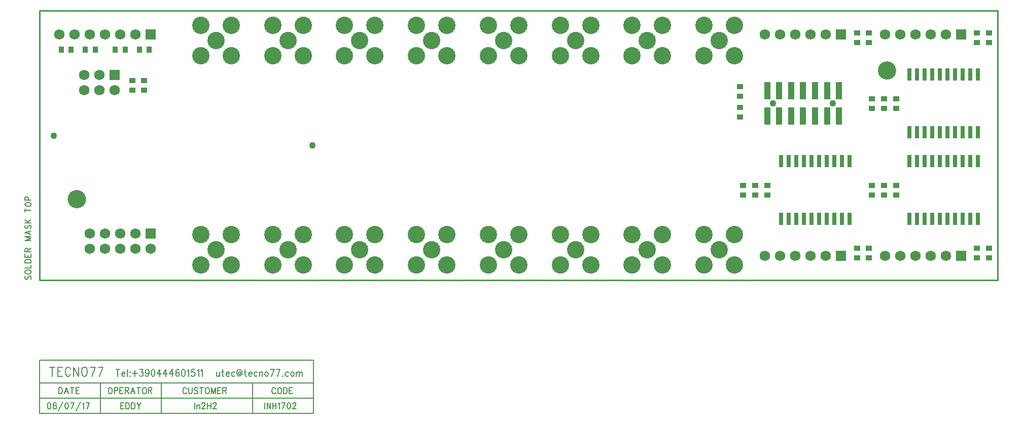
<source format=gbr>
%FSLAX35Y35*%
%MOIN*%
%SFA1.000B1.000*%

G04 Copyright (c) 2015-2018 in2H2 inc.
G04 System developed for in2H2 inc. by Intermotion Technology, Inc.
G04 
G04 Full system RTL, C sources and board design files available at https://github.com/nearist
G04 
G04 in2H2 inc. Team Members:
G04 - Chris McCormick - Algorithm Research and Design
G04 - Matt McCormick - Board Production, System Q/A
G04 
G04 Intermotion Technology Inc. Team Members:
G04 - Mick Fandrich - Project Lead
G04 - Dr. Ludovico Minati - Board Architecture and Design, FPGA Technology Advisor
G04 - Vardan Movsisyan - RTL Team Lead
G04 - Khachatur Gyozalyan - RTL Design
G04 - Tigran Papazyan - RTL Design
G04 - Taron Harutyunyan - RTL Design
G04 - Hayk Ghaltaghchyan - System Software
G04 
G04 Tecno77 S.r.l. Team Members:
G04 - Stefano Aldrigo, Board Layout Design
G04 
G04 We dedicate this project to the memory of Bruce McCormick, an AI pioneer
G04 and advocate, a good friend and father.
G04 
G04 These materials are provided free of charge: you can redistribute them and/or modify  
G04 them under the terms of the GNU General Public License as published by  
G04 the Free Software Foundation, version 3.
G04 
G04 These materials are distributed in the hope that they will be useful, but 
G04 WITHOUT ANY WARRANTY; without even the implied warranty of 
G04 MERCHANTABILITY or FITNESS FOR A PARTICULAR PURPOSE. See the GNU 
G04 General Public License for more details.
G04 In particular, this design should be treated as UNVERIFIED and UNCERTIFIED
G04 
G04 You should have received a copy of the GNU General Public License 
G04 along with this design. If not, see <http://www.gnu.org/licenses/>.

%FSLAX35Y35*%
%MOIN*%
%SFA1.000B1.000*%

%MIA0B0*%
%IPPOS*%
%ADD11C,0.00800*%
%ADD21C,0.00984*%
%ADD25C,0.00700*%
%ADD26C,0.01000*%
%ADD45R,0.04400X0.03400*%
%ADD46R,0.03400X0.04400*%
%ADD47R,0.06900X0.06900*%
%ADD48C,0.06900*%
%ADD49R,0.04337X0.11227*%
%ADD50C,0.04300*%
%ADD51R,0.02900X0.07900*%
%ADD52C,0.11400*%
%ADD53C,0.04400*%
%LNsoldermasktop.g*%
%LPD*%
G54D45*X637402Y262649D03*Y256249D03*X168898Y224753D03*Y231153D03*X662992Y162255D03*Y155855D03*X716142Y262649D03*Y256249D03*X637402Y114517D03*Y120917D03*X716142Y114517D03*Y120917D03*X662992Y219342D03*Y212942D03*X578346Y162255D03*Y155855D03*X560630Y213436D03*Y207036D03*X645276Y256249D03*Y262649D03*X562598Y155855D03*Y162255D03*X570472D03*Y155855D03*X161024Y231153D03*Y224753D03*X647244Y155855D03*Y162255D03*X655118D03*Y155855D03*X724016Y256249D03*Y262649D03*X645276Y120917D03*Y114517D03*X724016Y120917D03*Y114517D03*X647244Y212942D03*Y219342D03*X655118D03*Y212942D03*X560630Y227216D03*Y220816D03*G54D46*X120917Y251575D03*X114517D03*X156350D03*X149950D03*X136665D03*X130265D03*X172098D03*X165698D03*G54D47*X173307Y261417D03*X173150Y130591D03*X149370Y234921D03*X626969Y261417D03*X705709D03*X626969Y115748D03*X705709D03*G54D48*X163307Y261417D03*X153307D03*X143307D03*X133307D03*X123307D03*X113307D03*X173150Y120591D03*X163150Y130591D03*Y120591D03*X153150Y130591D03*Y120591D03*X143150Y130591D03*Y120591D03*X133150Y130591D03*Y120591D03*X149370Y224921D03*X139370Y234921D03*Y224921D03*X129370Y234921D03*Y224921D03*X616969Y261417D03*X606969D03*X596969D03*X586969D03*X576969D03*X695709D03*X685709D03*X675709D03*X665709D03*X655709D03*X616969Y115748D03*X606969D03*X596969D03*X586969D03*X576969D03*X695709D03*X685709D03*X675709D03*X665709D03*X655709D03*G54D49*X578347Y207776D03*Y224508D03*X586221Y207776D03*Y224508D03*X594095Y207776D03*Y224508D03*X601969Y207776D03*Y224508D03*X609843Y207776D03*Y224508D03*X617717Y207776D03*Y224508D03*X625591Y207776D03*Y224508D03*G54D50*X582284Y216142D03*X621654D03*X279616Y188583D03*X109360Y194835D03*G54D51*X671988Y197142D03*X676988D03*X681988D03*X686988D03*X691988D03*X696988D03*X701988D03*X706988D03*X711988D03*X716988D03*Y235142D03*X711988D03*X706988D03*X701988D03*X696988D03*X691988D03*X686988D03*X681988D03*X676988D03*X671988D03*X587343Y140055D03*X592343D03*X597343D03*X602343D03*X607343D03*X612343D03*X617343D03*X622343D03*X627343D03*X632343D03*Y178055D03*X627343D03*X622343D03*X617343D03*X612343D03*X607343D03*X602343D03*X597343D03*X592343D03*X587343D03*X671988Y140055D03*X676988D03*X681988D03*X686988D03*X691988D03*X696988D03*X701988D03*X706988D03*X711988D03*X716988D03*Y178055D03*X711988D03*X706988D03*X701988D03*X696988D03*X691988D03*X686988D03*X681988D03*X676988D03*X671988D03*G54D52*X357874Y257480D03*X367874Y267480D03*Y247480D03*X347874Y267480D03*Y247480D03*X310630Y257480D03*X320630Y267480D03*Y247480D03*X300630Y267480D03*Y247480D03*X263386Y257480D03*X273386Y267480D03*Y247480D03*X253386Y267480D03*Y247480D03*X216142Y257480D03*X226142Y267480D03*Y247480D03*X206142Y267480D03*Y247480D03*X546850Y257480D03*X556850Y267480D03*Y247480D03*X536850Y267480D03*Y247480D03*X499606Y257480D03*X509606Y267480D03*Y247480D03*X489606Y267480D03*Y247480D03*X452362Y257480D03*X462362Y267480D03*Y247480D03*X442362Y267480D03*Y247480D03*X405118Y257480D03*X415118Y267480D03*Y247480D03*X395118Y267480D03*Y247480D03*X546850Y119685D03*X536850Y109685D03*Y129685D03*X556850Y109685D03*Y129685D03*X499606Y119685D03*X489606Y109685D03*Y129685D03*X509606Y109685D03*Y129685D03*X452362Y119685D03*X442362Y109685D03*Y129685D03*X462362Y109685D03*Y129685D03*X405118Y119685D03*X395118Y109685D03*Y129685D03*X415118Y109685D03*Y129685D03*X357874Y119685D03*X347874Y109685D03*Y129685D03*X367874Y109685D03*Y129685D03*X310630Y119685D03*X300630Y109685D03*Y129685D03*X320630Y109685D03*Y129685D03*X263386Y119685D03*X253386Y109685D03*Y129685D03*X273386Y109685D03*Y129685D03*X216142Y119685D03*X206142Y109685D03*Y129685D03*X226142Y109685D03*Y129685D03*G54D53*X124606Y153150D03*X657087Y237795D03*G54D11*X140000Y32224D02*G01Y12224D01*X180000Y32224D02*G01Y12224D01*X240000Y32224D02*G01Y12224D01*X100000Y47224D02*G01X280000D01*Y12224*X100000*Y47224*Y32224D02*G01X280000D01*X100000Y22224D02*G01X280000D01*X108491Y42662D02*G01Y36624D01*X106900Y42662D02*G01X110082D01*X112127D02*G01Y36624D01*Y42662D02*G01X115082D01*X112127Y39787D02*G01X113945D01*X112127Y36624D02*G01X115082D01*X120536Y41224D02*G01X120309Y41799D01*X119855Y42374*X119400Y42662*X118491*X118036Y42374*X117582Y41799*X117355Y41224*X117127Y40362*Y38924*X117355Y38062*X117582Y37487*X118036Y36912*X118491Y36624*X119400*X119855Y36912*X120309Y37487*X120536Y38062*X122582Y42662D02*G01Y36624D01*Y42662D02*G01X125764Y36624D01*Y42662D02*G01Y36624D01*X129173Y42662D02*G01X128718Y42374D01*X128264Y41799*X128036Y41224*X127809Y40362*Y38924*X128036Y38062*X128264Y37487*X128718Y36912*X129173Y36624*X130082*X130536Y36912*X130991Y37487*X131218Y38062*X131445Y38924*Y40362*X131218Y41224*X130991Y41799*X130536Y42374*X130082Y42662*X129173*X136673D02*G01X134400Y36624D01*X133491Y42662D02*G01X136673D01*X141900D02*G01X139627Y36624D01*X138718Y42662D02*G01X141900D01*G54D21*X100003Y277165D02*G01X729924D01*Y100000*X100003*Y277165*G54D25*X151543Y41037D02*G01Y36574D01*X150350Y41037D02*G01X152736D01*X154270Y38274D02*G01X156316D01*Y38699*X156145Y39124*X155975Y39337*X155634Y39549*X155123*X154782Y39337*X154441Y38912*X154270Y38274*Y37849*X154441Y37212*X154782Y36787*X155123Y36574*X155634*X155975Y36787*X156316Y37212*X157850Y41037D02*G01Y36574D01*X159555Y39549D02*G01X159384Y39337D01*X159555Y39124*X159725Y39337*X159555Y39549*Y36999D02*G01X159384Y36787D01*X159555Y36574*X159725Y36787*X159555Y36999*X162793Y40399D02*G01Y36574D01*X161259Y38487D02*G01X164327D01*X166202Y41037D02*G01X168077D01*X167055Y39337*X167566*X167907Y39124*X168077Y38912*X168248Y38274*Y37849*X168077Y37212*X167736Y36787*X167225Y36574*X166714*X166202Y36787*X166032Y36999*X165861Y37424*X171998Y39549D02*G01X171827Y38912D01*X171486Y38487*X170975Y38274*X170805*X170293Y38487*X169952Y38912*X169782Y39549*Y39762*X169952Y40399*X170293Y40824*X170805Y41037*X170975*X171486Y40824*X171827Y40399*X171998Y39549*Y38487*X171827Y37424*X171486Y36787*X170975Y36574*X170634*X170123Y36787*X169952Y37212*X174555Y41037D02*G01X174043Y40824D01*X173702Y40187*X173532Y39124*Y38487*X173702Y37424*X174043Y36787*X174555Y36574*X174895*X175407Y36787*X175748Y37424*X175918Y38487*Y39124*X175748Y40187*X175407Y40824*X174895Y41037*X174555*X179157D02*G01X177452Y38062D01*X180009*X179157Y41037D02*G01Y36574D01*X183248Y41037D02*G01X181543Y38062D01*X184100*X183248Y41037D02*G01Y36574D01*X187339Y41037D02*G01X185634Y38062D01*X188191*X187339Y41037D02*G01Y36574D01*X191770Y40399D02*G01X191600Y40824D01*X191089Y41037*X190748*X190236Y40824*X189895Y40187*X189725Y39124*Y38062*X189895Y37212*X190236Y36787*X190748Y36574*X190918*X191430Y36787*X191770Y37212*X191941Y37849*Y38062*X191770Y38699*X191430Y39124*X190918Y39337*X190748*X190236Y39124*X189895Y38699*X189725Y38062*X194498Y41037D02*G01X193986Y40824D01*X193645Y40187*X193475Y39124*Y38487*X193645Y37424*X193986Y36787*X194498Y36574*X194839*X195350Y36787*X195691Y37424*X195861Y38487*Y39124*X195691Y40187*X195350Y40824*X194839Y41037*X194498*X197395Y40187D02*G01X197736Y40399D01*X198248Y41037*Y36574*X201998Y41037D02*G01X200293D01*X200123Y39124*X200293Y39337*X200805Y39549*X201316*X201827Y39337*X202168Y38912*X202339Y38274*X202168Y37849*X201998Y37212*X201657Y36787*X201145Y36574*X200634*X200123Y36787*X199952Y36999*X199782Y37424*X203873Y40187D02*G01X204214Y40399D01*X204725Y41037*Y36574*X206259Y40187D02*G01X206600Y40399D01*X207111Y41037*Y36574*X216486Y39549D02*G01Y37424D01*X216657Y36787*X216998Y36574*X217509*X217850Y36787*X218361Y37424*Y39549D02*G01Y36574D01*X220407Y41037D02*G01Y37424D01*X220577Y36787*X220918Y36574*X221259*X219895Y39549D02*G01X221089D01*X222793Y38274D02*G01X224839D01*Y38699*X224668Y39124*X224498Y39337*X224157Y39549*X223645*X223305Y39337*X222964Y38912*X222793Y38274*Y37849*X222964Y37212*X223305Y36787*X223645Y36574*X224157*X224498Y36787*X224839Y37212*X228418Y38912D02*G01X228077Y39337D01*X227736Y39549*X227225*X226884Y39337*X226543Y38912*X226373Y38274*Y37849*X226543Y37212*X226884Y36787*X227225Y36574*X227736*X228077Y36787*X228418Y37212*X232168Y36787D02*G01X231486D01*X230634Y36999*X230293Y37424*X229952Y38274*Y39337*X230293Y40399*X230634Y40824*X232168*X232680Y40399*X233020Y39762*X233191Y38699*X233020Y37849*X232850Y37637*X232168Y37424D02*G01X231998Y37637D01*Y39762*Y39337D02*G01X231657Y39549D01*X231316*X230975Y39337*X230805Y38912*Y38487*X230975Y38062*X231316Y37849*X231657*X231998Y38062*X232168Y37424D02*G01X232680D01*X232850Y37637*X235236Y41037D02*G01Y37424D01*X235407Y36787*X235748Y36574*X236089*X234725Y39549D02*G01X235918D01*X237623Y38274D02*G01X239668D01*Y38699*X239498Y39124*X239327Y39337*X238986Y39549*X238475*X238134Y39337*X237793Y38912*X237623Y38274*Y37849*X237793Y37212*X238134Y36787*X238475Y36574*X238986*X239327Y36787*X239668Y37212*X243248Y38912D02*G01X242907Y39337D01*X242566Y39549*X242055*X241714Y39337*X241373Y38912*X241202Y38274*Y37849*X241373Y37212*X241714Y36787*X242055Y36574*X242566*X242907Y36787*X243248Y37212*X244782Y39549D02*G01Y36574D01*Y38699D02*G01X245293Y39337D01*X245634Y39549*X246145*X246486Y39337*X246657Y38699*Y36574*X249043Y39549D02*G01X248702Y39337D01*X248361Y38912*X248191Y38274*Y37849*X248361Y37212*X248702Y36787*X249043Y36574*X249555*X249895Y36787*X250236Y37212*X250407Y37849*Y38274*X250236Y38912*X249895Y39337*X249555Y39549*X249043*X254327Y41037D02*G01X252623Y36574D01*X251941Y41037D02*G01X254327D01*X258248D02*G01X256543Y36574D01*X255861Y41037D02*G01X258248D01*X259952Y36999D02*G01X259782Y36787D01*X259952Y36574*X260123Y36787*X259952Y36999*X263702Y38912D02*G01X263361Y39337D01*X263020Y39549*X262509*X262168Y39337*X261827Y38912*X261657Y38274*Y37849*X261827Y37212*X262168Y36787*X262509Y36574*X263020*X263361Y36787*X263702Y37212*X266089Y39549D02*G01X265748Y39337D01*X265407Y38912*X265236Y38274*Y37849*X265407Y37212*X265748Y36787*X266089Y36574*X266600*X266941Y36787*X267282Y37212*X267452Y37849*Y38274*X267282Y38912*X266941Y39337*X266600Y39549*X266089*X268986D02*G01Y36574D01*Y38699D02*G01X269498Y39337D01*X269839Y39549*X270350*X270691Y39337*X270861Y38699*Y36574*Y38699D02*G01X271373Y39337D01*X271714Y39549*X272225*X272566Y39337*X272736Y38699*Y36574*X153452Y19209D02*G01Y15074D01*Y19209D02*G01X155520D01*X153452Y17240D02*G01X154725D01*X153452Y15074D02*G01X155520D01*X156952Y19209D02*G01Y15074D01*Y19209D02*G01X158066D01*X158543Y19012*X158861Y18618*X159020Y18224*X159180Y17634*Y16649*X159020Y16059*X158861Y15665*X158543Y15271*X158066Y15074*X156952*X160611Y19209D02*G01Y15074D01*Y19209D02*G01X161725D01*X162202Y19012*X162520Y18618*X162680Y18224*X162839Y17634*Y16649*X162680Y16059*X162520Y15665*X162202Y15271*X161725Y15074*X160611*X164270Y19209D02*G01X165543Y17240D01*Y15074*X166816Y19209D02*G01X165543Y17240D01*X106384Y19209D02*G01X105907Y19012D01*X105589Y18421*X105430Y17437*Y16846*X105589Y15862*X105907Y15271*X106384Y15074*X106702*X107180Y15271*X107498Y15862*X107657Y16846*Y17437*X107498Y18421*X107180Y19012*X106702Y19209*X106384*X110998Y18618D02*G01X110839Y19012D01*X110361Y19209*X110043*X109566Y19012*X109248Y18421*X109089Y17437*Y16453*X109248Y15665*X109566Y15271*X110043Y15074*X110202*X110680Y15271*X110998Y15665*X111157Y16256*Y16453*X110998Y17043*X110680Y17437*X110202Y17634*X110043*X109566Y17437*X109248Y17043*X109089Y16453*X115452Y19996D02*G01X112589Y13696D01*X117839Y19209D02*G01X117361Y19012D01*X117043Y18421*X116884Y17437*Y16846*X117043Y15862*X117361Y15271*X117839Y15074*X118157*X118634Y15271*X118952Y15862*X119111Y16846*Y17437*X118952Y18421*X118634Y19012*X118157Y19209*X117839*X122770D02*G01X121180Y15074D01*X120543Y19209D02*G01X122770D01*X127066Y19996D02*G01X124202Y13696D01*X128498Y18421D02*G01X128816Y18618D01*X129293Y19209*Y15074*X132952Y19209D02*G01X131361Y15074D01*X130725Y19209D02*G01X132952D01*X248248D02*G01Y15074D01*X249680Y19209D02*G01Y15074D01*Y19209D02*G01X251907Y15074D01*Y19209D02*G01Y15074D01*X253339Y19209D02*G01Y15074D01*X255566Y19209D02*G01Y15074D01*X253339Y17240D02*G01X255566D01*X256998Y18421D02*G01X257316Y18618D01*X257793Y19209*Y15074*X261452Y19209D02*G01X259861Y15074D01*X259225Y19209D02*G01X261452D01*X263839D02*G01X263361Y19012D01*X263043Y18421*X262884Y17437*Y16846*X263043Y15862*X263361Y15271*X263839Y15074*X264157*X264634Y15271*X264952Y15862*X265111Y16846*Y17437*X264952Y18421*X264634Y19012*X264157Y19209*X263839*X266702Y18224D02*G01Y18421D01*X266861Y18815*X267020Y19012*X267339Y19209*X267975*X268293Y19012*X268452Y18815*X268611Y18421*Y18028*X268452Y17634*X268134Y17043*X266543Y15074*X268770*X112850Y29209D02*G01Y25074D01*Y29209D02*G01X113964D01*X114441Y29012*X114759Y28618*X114918Y28224*X115077Y27634*Y26649*X114918Y26059*X114759Y25665*X114441Y25271*X113964Y25074*X112850*X117782Y29209D02*G01X116509Y25074D01*X117782Y29209D02*G01X119055Y25074D01*X116986Y26453D02*G01X118577D01*X121600Y29209D02*G01Y25074D01*X120486Y29209D02*G01X122714D01*X124145D02*G01Y25074D01*Y29209D02*G01X126214D01*X124145Y27240D02*G01X125418D01*X124145Y25074D02*G01X126214D01*X146305Y29209D02*G01X145986Y29012D01*X145668Y28618*X145509Y28224*X145350Y27634*Y26649*X145509Y26059*X145668Y25665*X145986Y25271*X146305Y25074*X146941*X147259Y25271*X147577Y25665*X147736Y26059*X147895Y26649*Y27634*X147736Y28224*X147577Y28618*X147259Y29012*X146941Y29209*X146305*X149327D02*G01Y25074D01*Y29209D02*G01X150759D01*X151236Y29012*X151395Y28815*X151555Y28421*Y27831*X151395Y27437*X151236Y27240*X150759Y27043*X149327*X152986Y29209D02*G01Y25074D01*Y29209D02*G01X155055D01*X152986Y27240D02*G01X154259D01*X152986Y25074D02*G01X155055D01*X156486Y29209D02*G01Y25074D01*Y29209D02*G01X157918D01*X158395Y29012*X158555Y28815*X158714Y28421*Y28028*X158555Y27634*X158395Y27437*X157918Y27240*X156486*X157600D02*G01X158714Y25074D01*X161418Y29209D02*G01X160145Y25074D01*X161418Y29209D02*G01X162691Y25074D01*X160623Y26453D02*G01X162214D01*X165236Y29209D02*G01Y25074D01*X164123Y29209D02*G01X166350D01*X168736D02*G01X168418Y29012D01*X168100Y28618*X167941Y28224*X167782Y27634*Y26649*X167941Y26059*X168100Y25665*X168418Y25271*X168736Y25074*X169373*X169691Y25271*X170009Y25665*X170168Y26059*X170327Y26649*Y27634*X170168Y28224*X170009Y28618*X169691Y29012*X169373Y29209*X168736*X171759D02*G01Y25074D01*Y29209D02*G01X173191D01*X173668Y29012*X173827Y28815*X173986Y28421*Y28028*X173827Y27634*X173668Y27437*X173191Y27240*X171759*X172873D02*G01X173986Y25074D01*X196736Y28224D02*G01X196577Y28618D01*X196259Y29012*X195941Y29209*X195305*X194986Y29012*X194668Y28618*X194509Y28224*X194350Y27634*Y26649*X194509Y26059*X194668Y25665*X194986Y25271*X195305Y25074*X195941*X196259Y25271*X196577Y25665*X196736Y26059*X198168Y29209D02*G01Y26256D01*X198327Y25665*X198645Y25271*X199123Y25074*X199441*X199918Y25271*X200236Y25665*X200395Y26256*Y29209*X204055Y28618D02*G01X203736Y29012D01*X203259Y29209*X202623*X202145Y29012*X201827Y28618*Y28224*X201986Y27831*X202145Y27634*X202464Y27437*X203418Y27043*X203736Y26846*X203895Y26649*X204055Y26256*Y25665*X203736Y25271*X203259Y25074*X202623*X202145Y25271*X201827Y25665*X206600Y29209D02*G01Y25074D01*X205486Y29209D02*G01X207714D01*X210100D02*G01X209782Y29012D01*X209464Y28618*X209305Y28224*X209145Y27634*Y26649*X209305Y26059*X209464Y25665*X209782Y25271*X210100Y25074*X210736*X211055Y25271*X211373Y25665*X211532Y26059*X211691Y26649*Y27634*X211532Y28224*X211373Y28618*X211055Y29012*X210736Y29209*X210100*X213123D02*G01Y25074D01*Y29209D02*G01X214395Y25074D01*X215668Y29209D02*G01X214395Y25074D01*X215668Y29209D02*G01Y25074D01*X217100Y29209D02*G01Y25074D01*Y29209D02*G01X219168D01*X217100Y27240D02*G01X218373D01*X217100Y25074D02*G01X219168D01*X220600Y29209D02*G01Y25074D01*Y29209D02*G01X222032D01*X222509Y29012*X222668Y28815*X222827Y28421*Y28028*X222668Y27634*X222509Y27437*X222032Y27240*X220600*X221714D02*G01X222827Y25074D01*X255236Y28224D02*G01X255077Y28618D01*X254759Y29012*X254441Y29209*X253805*X253486Y29012*X253168Y28618*X253009Y28224*X252850Y27634*Y26649*X253009Y26059*X253168Y25665*X253486Y25271*X253805Y25074*X254441*X254759Y25271*X255077Y25665*X255236Y26059*X257623Y29209D02*G01X257305Y29012D01*X256986Y28618*X256827Y28224*X256668Y27634*Y26649*X256827Y26059*X256986Y25665*X257305Y25271*X257623Y25074*X258259*X258577Y25271*X258895Y25665*X259055Y26059*X259214Y26649*Y27634*X259055Y28224*X258895Y28618*X258577Y29012*X258259Y29209*X257623*X260645D02*G01Y25074D01*Y29209D02*G01X261759D01*X262236Y29012*X262555Y28618*X262714Y28224*X262873Y27634*Y26649*X262714Y26059*X262555Y25665*X262236Y25271*X261759Y25074*X260645*X264305Y29209D02*G01Y25074D01*Y29209D02*G01X266373D01*X264305Y27240D02*G01X265577D01*X264305Y25074D02*G01X266373D01*X202191Y19209D02*G01Y15074D01*X203623Y17831D02*G01Y15074D01*Y17043D02*G01X204100Y17634D01*X204418Y17831*X204895*X205214Y17634*X205373Y17043*Y15074*X206964Y18224D02*G01Y18421D01*X207123Y18815*X207282Y19012*X207600Y19209*X208236*X208555Y19012*X208714Y18815*X208873Y18421*Y18028*X208714Y17634*X208395Y17043*X206805Y15074*X209032*X210464Y19209D02*G01Y15074D01*X212691Y19209D02*G01Y15074D01*X210464Y17240D02*G01X212691D01*X214282Y18224D02*G01Y18421D01*X214441Y18815*X214600Y19012*X214918Y19209*X215555*X215873Y19012*X216032Y18815*X216191Y18421*Y18028*X216032Y17634*X215714Y17043*X214123Y15074*X216350*X91106Y102577D02*G01X90712Y102259D01*Y102259D02*G01X90516Y101782D01*Y101145*X90712Y100668*Y100668D02*G01X91106Y100350D01*X91500*X91894Y100509*X92091Y100668*X92287Y100986*Y100986D02*G01X92681Y101941D01*X92878Y102259*X93075Y102418*X93469Y102577*X94059*X94453Y102259*X94650Y101782*Y101145*X94453Y100668*X94059Y100350*X90516Y104964D02*G01X90712Y104645D01*Y104645D02*G01X91106Y104327D01*X91500Y104168*X92091Y104009*X93075*X93666Y104168*X94059Y104327*X94453Y104645*X94650Y104964*Y105600*X94453Y105918*X94059Y106236*X93666Y106395*X93075Y106555*X92091*X91500Y106395*X91106Y106236*X90712Y105918*Y105918D02*G01X90516Y105600D01*Y104964*Y107986D02*G01X94650D01*Y109895*X90516Y111327D02*G01X94650D01*X90516D02*G01Y112441D01*X90712Y112918*Y112918D02*G01X91106Y113236D01*X91500Y113395*X92091Y113555*X93075*X93666Y113395*X94059Y113236*X94453Y112918*X94650Y112441*Y111327*X90516Y114986D02*G01X94650D01*X90516D02*G01Y117055D01*X92484Y114986D02*G01Y116259D01*X94650Y114986D02*G01Y117055D01*X90516Y118486D02*G01X94650D01*X90516D02*G01Y119918D01*X90712Y120395*Y120395D02*G01X90909Y120555D01*X91303Y120714*X91697*X92091Y120555*X92287Y120395*Y120395D02*G01X92484Y119918D01*Y118486*Y119600D02*G01X94650Y120714D01*X90516Y125805D02*G01X94650D01*X90516D02*G01X94650Y127077D01*X90516Y128350D02*G01X94650Y127077D01*X90516Y128350D02*G01X94650D01*X90516Y131055D02*G01X94650Y129782D01*X90516Y131055D02*G01X94650Y132327D01*X93272Y130259D02*G01Y131850D01*X91106Y135986D02*G01X90712Y135668D01*Y135668D02*G01X90516Y135191D01*Y134555*X90712Y134077*Y134077D02*G01X91106Y133759D01*X91500*X91894Y133918*X92091Y134077*X92287Y134395*Y134395D02*G01X92681Y135350D01*X92878Y135668*X93075Y135827*X93469Y135986*X94059*X94453Y135668*X94650Y135191*Y134555*X94453Y134077*X94059Y133759*X90516Y137418D02*G01X94650D01*X90516Y139645D02*G01X93272Y137418D01*X92287Y138214D02*G01X94650Y139645D01*X90516Y145850D02*G01X94650D01*X90516Y144736D02*G01Y146964D01*Y149350D02*G01X90712Y149032D01*Y149032D02*G01X91106Y148714D01*X91500Y148555*X92091Y148395*X93075*X93666Y148555*X94059Y148714*X94453Y149032*X94650Y149350*Y149986*X94453Y150305*X94059Y150623*X93666Y150782*X93075Y150941*X92091*X91500Y150782*X91106Y150623*X90712Y150305*Y150305D02*G01X90516Y149986D01*Y149350*Y152373D02*G01X94650D01*X90516D02*G01Y153805D01*X90712Y154282*Y154282D02*G01X90909Y154441D01*X91303Y154600*X91894*X92287Y154441*Y154441D02*G01X92484Y154282D01*X92681Y153805*Y152373*G54D26*X130106Y153150D02*G75*G03X130106Y153150I-5500D01*X662587Y237795D02*G03X662587Y237795I-5500D01*X130106Y153150D02*G03X130106Y153150I-5500D01*X662587Y237795D02*G03X662587Y237795I-5500D01*X119107Y153048D02*G01X130105D01*X119165Y153948D02*G01X130048D01*X119198Y152148D02*G01X130014D01*X119375Y154848D02*G01X129837D01*X119445Y151248D02*G01X129767D01*X119759Y155748D02*G01X129454D01*X119873Y150348D02*G01X129339D01*X120363Y156648D02*G01X128850D01*X120538Y149448D02*G01X128675D01*X121305Y157548D02*G01X127908D01*X121593Y148548D02*G01X127619D01*X123132Y158448D02*G01X126081D01*X651588Y237694D02*G01X662586D01*X651645Y238594D02*G01X662528D01*X651679Y236794D02*G01X662495D01*X651856Y239494D02*G01X662318D01*X651926Y235894D02*G01X662248D01*X652239Y240394D02*G01X661934D01*X652353Y234994D02*G01X661820D01*X652843Y241294D02*G01X661330D01*X653018Y234094D02*G01X661155D01*X653785Y242194D02*G01X660388D01*X654074Y233194D02*G01X660100D01*X655612Y243094D02*G01X658561D01*M02*
</source>
